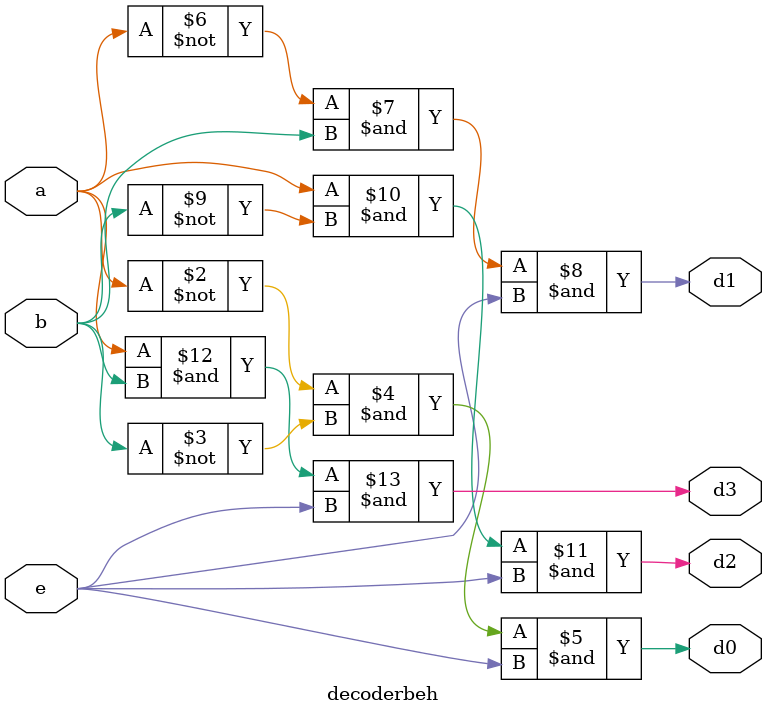
<source format=v>
`timescale 1ns / 1ps
module decoderbeh(a,b,e,d0,d1,d2,d3);
input a,b,e;
output reg d0,d1,d2,d3;
always @(a,b,e)
begin
d0={(~a)&(~b)&(e)};
d1={(~a)&(b)&(e)};
d2={(a)&(~b)&(e)};
d3={(a)&(b)&(e)};
end
endmodule

</source>
